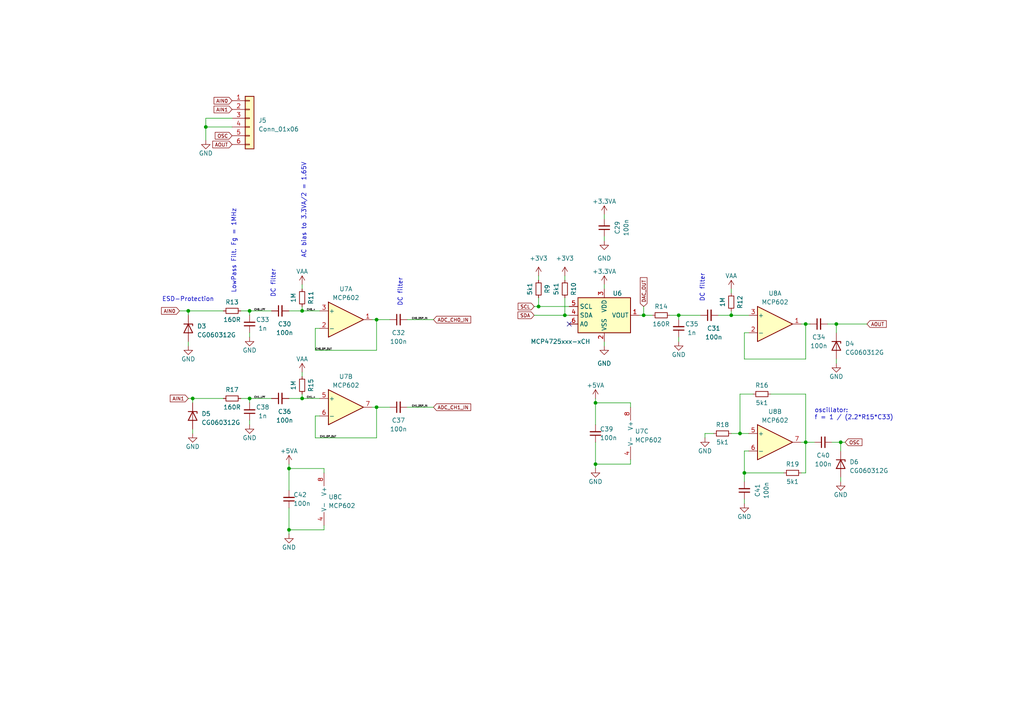
<source format=kicad_sch>
(kicad_sch (version 20230121) (generator eeschema)
  (paper "A4")
  (lib_symbols
    (symbol "Amplifier_Operational:MCP602" (pin_names (offset 0.127))
      (property "Reference" "U" (at 0 5.08 0))
      (property "Value" "MCP602" (at 0 -5.08 0))
      (symbol "MCP602_1_1"
        (polyline (pts (xy -5.08 5.08) (xy 5.08 0) (xy -5.08 -5.08) (xy -5.08 5.08)) (stroke (width 0.254)) (fill (type background)))
        (pin output line (at 7.62 0 180) (length 2.54) (name "~") (number "1"))
        (pin input line (at -7.62 -2.54 0) (length 2.54) (name "-") (number "2"))
        (pin input line (at -7.62 2.54 0) (length 2.54) (name "+") (number "3"))
      )
      (symbol "MCP602_2_1"
        (polyline (pts (xy -5.08 5.08) (xy 5.08 0) (xy -5.08 -5.08) (xy -5.08 5.08)) (stroke (width 0.254)) (fill (type background)))
        (pin input line (at -7.62 2.54 0) (length 2.54) (name "+") (number "5"))
        (pin input line (at -7.62 -2.54 0) (length 2.54) (name "-") (number "6"))
        (pin output line (at 7.62 0 180) (length 2.54) (name "~") (number "7"))
      )
      (symbol "MCP602_3_1"
        (pin power_in line (at -2.54 -7.62 90) (length 3.81) (name "V-") (number "4"))
        (pin power_in line (at -2.54 7.62 270) (length 3.81) (name "V+") (number "8"))
      )
    )
    (symbol "Analog_DAC:MCP4725xxx-xCH"
      (property "Reference" "U" (at -6.35 6.35 0))
      (property "Value" "MCP4725xxx-xCH" (at 8.89 6.35 0))
      (symbol "MCP4725xxx-xCH_0_1"
        (rectangle (start -7.62 5.08) (end 7.62 -5.08) (stroke (width 0.254)) (fill (type background)))
      )
      (symbol "MCP4725xxx-xCH_1_1"
        (pin output line (at 10.16 0 180) (length 2.54) (name "VOUT") (number "1"))
        (pin power_in line (at 0 -7.62 90) (length 2.54) (name "VSS") (number "2"))
        (pin power_in line (at 0 7.62 270) (length 2.54) (name "VDD") (number "3"))
        (pin bidirectional line (at -10.16 0 0) (length 2.54) (name "SDA") (number "4"))
        (pin input line (at -10.16 2.54 0) (length 2.54) (name "SCL") (number "5"))
        (pin input line (at -10.16 -2.54 0) (length 2.54) (name "A0") (number "6"))
      )
    )
    (symbol "Connector_Generic:Conn_01x06" (pin_names (offset 1.016) hide)
      (property "Reference" "J" (at 0 7.62 0))
      (property "Value" "Conn_01x06" (at 0 -10.16 0))
      (symbol "Conn_01x06_1_1"
        (rectangle (start -1.27 -7.493) (end 0 -7.747) (stroke (width 0.1524)))
        (rectangle (start -1.27 -4.953) (end 0 -5.207) (stroke (width 0.1524)))
        (rectangle (start -1.27 -2.413) (end 0 -2.667) (stroke (width 0.1524)))
        (rectangle (start -1.27 0.127) (end 0 -0.127) (stroke (width 0.1524)))
        (rectangle (start -1.27 2.667) (end 0 2.413) (stroke (width 0.1524)))
        (rectangle (start -1.27 5.207) (end 0 4.953) (stroke (width 0.1524)))
        (rectangle (start -1.27 6.35) (end 1.27 -8.89) (stroke (width 0.254)) (fill (type background)))
        (pin passive line (at -5.08 5.08 0) (length 3.81) (name "Pin_1") (number "1"))
        (pin passive line (at -5.08 2.54 0) (length 3.81) (name "Pin_2") (number "2"))
        (pin passive line (at -5.08 0 0) (length 3.81) (name "Pin_3") (number "3"))
        (pin passive line (at -5.08 -2.54 0) (length 3.81) (name "Pin_4") (number "4"))
        (pin passive line (at -5.08 -5.08 0) (length 3.81) (name "Pin_5") (number "5"))
        (pin passive line (at -5.08 -7.62 0) (length 3.81) (name "Pin_6") (number "6"))
      )
    )
    (symbol "Device:C_Small" (pin_numbers hide) (pin_names (offset 0.254) hide)
      (property "Reference" "C" (at 0.254 1.778 0))
      (property "Value" "C_Small" (at 0.254 -2.032 0))
      (symbol "C_Small_0_1"
        (polyline (pts (xy -1.524 -0.508) (xy 1.524 -0.508)) (stroke (width 0.3302)))
        (polyline (pts (xy -1.524 0.508) (xy 1.524 0.508)) (stroke (width 0.3048)))
      )
      (symbol "C_Small_1_1"
        (pin passive line (at 0 2.54 270) (length 2.032) (name "~") (number "1"))
        (pin passive line (at 0 -2.54 90) (length 2.032) (name "~") (number "2"))
      )
    )
    (symbol "Device:R_Small" (pin_numbers hide) (pin_names (offset 0.254) hide)
      (property "Reference" "R" (at 0.762 0.508 0))
      (property "Value" "R_Small" (at 0.762 -1.016 0))
      (symbol "R_Small_0_1"
        (rectangle (start -0.762 1.778) (end 0.762 -1.778) (stroke (width 0.2032)))
      )
      (symbol "R_Small_1_1"
        (pin passive line (at 0 2.54 270) (length 0.762) (name "~") (number "1"))
        (pin passive line (at 0 -2.54 90) (length 0.762) (name "~") (number "2"))
      )
    )
    (symbol "Diode:ESD5Zxx" (pin_numbers hide) (pin_names hide)
      (property "Reference" "D" (at 0 2.54 0))
      (property "Value" "ESD5Zxx" (at 0 -2.54 0))
      (symbol "ESD5Zxx_0_1"
        (polyline (pts (xy 1.27 0) (xy -1.27 0)))
        (polyline (pts (xy -1.27 -1.27) (xy -1.27 1.27) (xy -0.762 1.27)) (stroke (width 0.254)))
        (polyline (pts (xy 1.27 -1.27) (xy 1.27 1.27) (xy -1.27 0) (xy 1.27 -1.27)) (stroke (width 0.254)))
      )
      (symbol "ESD5Zxx_1_1"
        (pin passive line (at -3.81 0 0) (length 2.54) (name "K") (number "1"))
        (pin passive line (at 3.81 0 180) (length 2.54) (name "A") (number "2"))
      )
    )
    (symbol "power:+3.3V" (power) (pin_names (offset 0))
      (property "Value" "+3.3V" (at 0 3.556 0))
      (symbol "+3.3V_0_1"
        (polyline (pts (xy -0.762 1.27) (xy 0 2.54)))
        (polyline (pts (xy 0 0) (xy 0 2.54)))
        (polyline (pts (xy 0 2.54) (xy 0.762 1.27)))
      )
      (symbol "+3.3V_1_1"
        (pin power_in line (at 0 0 90) (length 0) hide (name "+3V3") (number "1"))
      )
    )
    (symbol "power:+3.3VA" (power) (pin_names (offset 0))
      (property "Value" "+3.3VA" (at 0 3.556 0))
      (symbol "+3.3VA_0_1"
        (polyline (pts (xy -0.762 1.27) (xy 0 2.54)))
        (polyline (pts (xy 0 0) (xy 0 2.54)))
        (polyline (pts (xy 0 2.54) (xy 0.762 1.27)))
      )
      (symbol "+3.3VA_1_1"
        (pin power_in line (at 0 0 90) (length 0) hide (name "+3.3VA") (number "1"))
      )
    )
    (symbol "power:+5VA" (power) (pin_names (offset 0))
      (property "Value" "+5VA" (at 0 3.556 0))
      (symbol "+5VA_0_1"
        (polyline (pts (xy -0.762 1.27) (xy 0 2.54)))
        (polyline (pts (xy 0 0) (xy 0 2.54)))
        (polyline (pts (xy 0 2.54) (xy 0.762 1.27)))
      )
      (symbol "+5VA_1_1"
        (pin power_in line (at 0 0 90) (length 0) hide (name "+5VA") (number "1"))
      )
    )
    (symbol "power:GND" (power) (pin_names (offset 0))
      (property "Value" "GND" (at 0 -3.81 0))
      (symbol "GND_0_1"
        (polyline (pts (xy 0 0) (xy 0 -1.27) (xy 1.27 -1.27) (xy 0 -2.54) (xy -1.27 -1.27) (xy 0 -1.27)))
      )
      (symbol "GND_1_1"
        (pin power_in line (at 0 0 270) (length 0) hide (name "GND") (number "1"))
      )
    )
    (symbol "power:VAA" (power) (pin_names (offset 0))
      (property "Value" "VAA" (at 0 3.81 0))
      (symbol "VAA_0_1"
        (polyline (pts (xy -0.762 1.27) (xy 0 2.54)))
        (polyline (pts (xy 0 0) (xy 0 2.54)))
        (polyline (pts (xy 0 2.54) (xy 0.762 1.27)))
      )
      (symbol "VAA_1_1"
        (pin power_in line (at 0 0 90) (length 0) hide (name "VAA") (number "1"))
      )
    )
  )
  (junction (at 83.82 135.89))
  (junction (at 72.39 90.17))
  (junction (at 55.88 115.57))
  (junction (at 196.85 91.44))
  (junction (at 214.63 125.73))
  (junction (at 172.72 116.84))
  (junction (at 163.83 91.44))
  (junction (at 186.69 91.44))
  (junction (at 212.09 91.44))
  (junction (at 243.84 128.27))
  (junction (at 156.21 88.9))
  (junction (at 172.72 134.62))
  (junction (at 233.68 93.98))
  (junction (at 87.63 115.57))
  (junction (at 109.22 92.71))
  (junction (at 215.9 137.16))
  (junction (at 87.63 90.17))
  (junction (at 109.22 118.11))
  (junction (at 242.57 93.98))
  (junction (at 72.39 115.57))
  (junction (at 233.68 128.27))
  (junction (at 83.82 153.67))
  (junction (at 59.69 36.83))
  (junction (at 54.61 90.17))
  (no_connect (at 165.1 93.98))
  (wire (pts (xy 83.82 134.62) (xy 83.82 135.89)))
  (wire (pts (xy 242.57 93.98) (xy 242.57 96.52)))
  (wire (pts (xy 214.63 125.73) (xy 217.17 125.73)))
  (wire (pts (xy 109.22 92.71) (xy 107.95 92.71)))
  (wire (pts (xy 154.94 91.44) (xy 163.83 91.44)))
  (wire (pts (xy 242.57 104.14) (xy 242.57 105.41)))
  (wire (pts (xy 109.22 118.11) (xy 107.95 118.11)))
  (wire (pts (xy 83.82 153.67) (xy 83.82 154.94)))
  (wire (pts (xy 156.21 88.9) (xy 165.1 88.9)))
  (wire (pts (xy 67.31 34.29) (xy 59.69 34.29)))
  (wire (pts (xy 91.44 95.25) (xy 91.44 101.6)))
  (wire (pts (xy 196.85 91.44) (xy 196.85 92.71)))
  (wire (pts (xy 233.68 93.98) (xy 234.95 93.98)))
  (wire (pts (xy 196.85 91.44) (xy 203.2 91.44)))
  (wire (pts (xy 87.63 107.95) (xy 87.63 109.22)))
  (wire (pts (xy 223.52 114.3) (xy 233.68 114.3)))
  (wire (pts (xy 217.17 96.52) (xy 215.9 96.52)))
  (wire (pts (xy 218.44 114.3) (xy 214.63 114.3)))
  (wire (pts (xy 109.22 101.6) (xy 109.22 92.71)))
  (wire (pts (xy 245.11 128.27) (xy 243.84 128.27)))
  (wire (pts (xy 204.47 125.73) (xy 204.47 127)))
  (wire (pts (xy 109.22 118.11) (xy 109.22 127)))
  (wire (pts (xy 207.01 125.73) (xy 204.47 125.73)))
  (wire (pts (xy 182.88 116.84) (xy 182.88 118.11)))
  (wire (pts (xy 156.21 86.36) (xy 156.21 88.9)))
  (wire (pts (xy 109.22 92.71) (xy 113.03 92.71)))
  (wire (pts (xy 186.69 88.9) (xy 186.69 91.44)))
  (wire (pts (xy 54.61 90.17) (xy 64.77 90.17)))
  (wire (pts (xy 232.41 93.98) (xy 233.68 93.98)))
  (wire (pts (xy 54.61 90.17) (xy 54.61 91.44)))
  (wire (pts (xy 232.41 137.16) (xy 233.68 137.16)))
  (wire (pts (xy 59.69 34.29) (xy 59.69 36.83)))
  (wire (pts (xy 87.63 114.3) (xy 87.63 115.57)))
  (wire (pts (xy 208.28 91.44) (xy 212.09 91.44)))
  (wire (pts (xy 52.07 90.17) (xy 54.61 90.17)))
  (wire (pts (xy 59.69 36.83) (xy 67.31 36.83)))
  (wire (pts (xy 163.83 91.44) (xy 165.1 91.44)))
  (wire (pts (xy 83.82 135.89) (xy 93.98 135.89)))
  (wire (pts (xy 217.17 130.81) (xy 215.9 130.81)))
  (wire (pts (xy 92.71 120.65) (xy 91.44 120.65)))
  (wire (pts (xy 93.98 135.89) (xy 93.98 137.16)))
  (wire (pts (xy 243.84 128.27) (xy 241.3 128.27)))
  (wire (pts (xy 87.63 90.17) (xy 92.71 90.17)))
  (wire (pts (xy 172.72 115.57) (xy 172.72 116.84)))
  (wire (pts (xy 72.39 90.17) (xy 72.39 91.44)))
  (wire (pts (xy 172.72 134.62) (xy 182.88 134.62)))
  (wire (pts (xy 212.09 125.73) (xy 214.63 125.73)))
  (wire (pts (xy 91.44 127) (xy 109.22 127)))
  (wire (pts (xy 55.88 115.57) (xy 64.77 115.57)))
  (wire (pts (xy 196.85 97.79) (xy 196.85 99.06)))
  (wire (pts (xy 215.9 130.81) (xy 215.9 137.16)))
  (wire (pts (xy 182.88 133.35) (xy 182.88 134.62)))
  (wire (pts (xy 83.82 153.67) (xy 93.98 153.67)))
  (wire (pts (xy 91.44 120.65) (xy 91.44 127)))
  (wire (pts (xy 212.09 90.17) (xy 212.09 91.44)))
  (wire (pts (xy 54.61 115.57) (xy 55.88 115.57)))
  (wire (pts (xy 83.82 147.32) (xy 83.82 153.67)))
  (wire (pts (xy 163.83 80.01) (xy 163.83 81.28)))
  (wire (pts (xy 69.85 115.57) (xy 72.39 115.57)))
  (wire (pts (xy 214.63 114.3) (xy 214.63 125.73)))
  (wire (pts (xy 217.17 91.44) (xy 212.09 91.44)))
  (wire (pts (xy 54.61 99.06) (xy 54.61 100.33)))
  (wire (pts (xy 72.39 121.92) (xy 72.39 123.19)))
  (wire (pts (xy 172.72 128.27) (xy 172.72 134.62)))
  (wire (pts (xy 109.22 118.11) (xy 113.03 118.11)))
  (wire (pts (xy 92.71 95.25) (xy 91.44 95.25)))
  (wire (pts (xy 215.9 144.78) (xy 215.9 146.05)))
  (wire (pts (xy 233.68 137.16) (xy 233.68 128.27)))
  (wire (pts (xy 212.09 83.82) (xy 212.09 85.09)))
  (wire (pts (xy 175.26 62.23) (xy 175.26 63.5)))
  (wire (pts (xy 87.63 115.57) (xy 92.71 115.57)))
  (wire (pts (xy 172.72 116.84) (xy 182.88 116.84)))
  (wire (pts (xy 233.68 114.3) (xy 233.68 128.27)))
  (wire (pts (xy 175.26 82.55) (xy 175.26 83.82)))
  (wire (pts (xy 83.82 90.17) (xy 87.63 90.17)))
  (wire (pts (xy 72.39 96.52) (xy 72.39 97.79)))
  (wire (pts (xy 55.88 115.57) (xy 55.88 116.84)))
  (wire (pts (xy 215.9 96.52) (xy 215.9 104.14)))
  (wire (pts (xy 186.69 91.44) (xy 185.42 91.44)))
  (wire (pts (xy 233.68 104.14) (xy 233.68 93.98)))
  (wire (pts (xy 72.39 115.57) (xy 78.74 115.57)))
  (wire (pts (xy 172.72 134.62) (xy 172.72 135.89)))
  (wire (pts (xy 83.82 115.57) (xy 87.63 115.57)))
  (wire (pts (xy 240.03 93.98) (xy 242.57 93.98)))
  (wire (pts (xy 175.26 69.85) (xy 175.26 68.58)))
  (wire (pts (xy 242.57 93.98) (xy 251.46 93.98)))
  (wire (pts (xy 243.84 138.43) (xy 243.84 139.7)))
  (wire (pts (xy 91.44 101.6) (xy 109.22 101.6)))
  (wire (pts (xy 87.63 82.55) (xy 87.63 83.82)))
  (wire (pts (xy 215.9 137.16) (xy 215.9 139.7)))
  (wire (pts (xy 118.11 92.71) (xy 125.73 92.71)))
  (wire (pts (xy 163.83 86.36) (xy 163.83 91.44)))
  (wire (pts (xy 55.88 124.46) (xy 55.88 125.73)))
  (wire (pts (xy 233.68 128.27) (xy 232.41 128.27)))
  (wire (pts (xy 118.11 118.11) (xy 125.73 118.11)))
  (wire (pts (xy 156.21 80.01) (xy 156.21 81.28)))
  (wire (pts (xy 215.9 104.14) (xy 233.68 104.14)))
  (wire (pts (xy 93.98 152.4) (xy 93.98 153.67)))
  (wire (pts (xy 72.39 115.57) (xy 72.39 116.84)))
  (wire (pts (xy 87.63 88.9) (xy 87.63 90.17)))
  (wire (pts (xy 175.26 99.06) (xy 175.26 100.33)))
  (wire (pts (xy 186.69 91.44) (xy 189.23 91.44)))
  (wire (pts (xy 72.39 90.17) (xy 78.74 90.17)))
  (wire (pts (xy 233.68 128.27) (xy 236.22 128.27)))
  (wire (pts (xy 59.69 40.64) (xy 59.69 36.83)))
  (wire (pts (xy 154.94 88.9) (xy 156.21 88.9)))
  (wire (pts (xy 69.85 90.17) (xy 72.39 90.17)))
  (wire (pts (xy 172.72 123.19) (xy 172.72 116.84)))
  (wire (pts (xy 243.84 128.27) (xy 243.84 130.81)))
  (wire (pts (xy 83.82 142.24) (xy 83.82 135.89)))
  (wire (pts (xy 194.31 91.44) (xy 196.85 91.44)))
  (wire (pts (xy 215.9 137.16) (xy 227.33 137.16)))
  (text "ESD-Protection\n" (at 46.99 87.63 0) (effects (font (size 1.27 1.27)) (justify left bottom)))
  (text "AC bias to 3.3VA/2 = 1.65V\n" (at 88.9 74.93 90) (effects (font (size 1.27 1.27)) (justify left bottom)))
  (text "oscillator:\nf = 1 / (2.2*R15*C33)" (at 236.22 121.92 0) (effects (font (size 1.27 1.27)) (justify left bottom)))
  (text "DC filter" (at 204.47 87.63 90) (effects (font (size 1.27 1.27)) (justify left bottom)))
  (text "LowPass Filt. Fg = 1MHz" (at 68.58 85.09 90) (effects (font (size 1.27 1.27)) (justify left bottom)))
  (text "DC filter" (at 80.01 86.36 90) (effects (font (size 1.27 1.27)) (justify left bottom)))
  (text "DC filter" (at 116.84 88.9 90) (effects (font (size 1.27 1.27)) (justify left bottom)))
  (label "CH0_DSP_IN" (at 119.38 92.71 0) (effects (font (size 0.5 0.5))))
  (label "CH1_DSP_IN" (at 119.38 118.11 0) (effects (font (size 0.5 0.5))))
  (label "CH0_LPF" (at 73.66 90.17 0) (effects (font (size 0.5 0.5))))
  (label "CH0_OP_OUT" (at 91.44 101.6 0) (effects (font (size 0.5 0.5))))
  (label "CH1_+" (at 88.9 115.57 0) (effects (font (size 0.5 0.5))))
  (label "CH1_OP_OUT" (at 92.71 127 0) (effects (font (size 0.5 0.5))))
  (label "CH1_LPF" (at 73.66 115.57 0) (effects (font (size 0.5 0.5))))
  (label "CH0_+" (at 88.9 90.17 0) (effects (font (size 0.5 0.5))))
  (global_label "AIN1" (shape input) (at 67.31 31.75 180) (effects (font (size 1 1))) (property "Intersheetrefs" "${INTERSHEET_REFS}" (effects hide)))
  (global_label "AOUT" (shape input) (at 67.31 41.91 180) (effects (font (size 1 1))) (property "Intersheetrefs" "${INTERSHEET_REFS}" (effects hide)))
  (global_label "AIN0" (shape input) (at 67.31 29.21 180) (effects (font (size 1 1))) (property "Intersheetrefs" "${INTERSHEET_REFS}" (effects hide)))
  (global_label "AIN0" (shape input) (at 52.07 90.17 180) (effects (font (size 1 1))) (property "Intersheetrefs" "${INTERSHEET_REFS}" (effects hide)))
  (global_label "ADC_CH1_IN" (shape input) (at 125.73 118.11 0) (effects (font (size 1 1))) (property "Intersheetrefs" "${INTERSHEET_REFS}" (effects hide)))
  (global_label "SCL" (shape input) (at 154.94 88.9 180) (effects (font (size 1 1))) (property "Intersheetrefs" "${INTERSHEET_REFS}" (effects hide)))
  (global_label "AIN1" (shape input) (at 54.61 115.57 180) (effects (font (size 1 1))) (property "Intersheetrefs" "${INTERSHEET_REFS}" (effects hide)))
  (global_label "AOUT" (shape input) (at 251.46 93.98 0) (effects (font (size 1 1))) (property "Intersheetrefs" "${INTERSHEET_REFS}" (effects hide)))
  (global_label "OSC" (shape input) (at 245.11 128.27 0) (effects (font (size 1 1))) (property "Intersheetrefs" "${INTERSHEET_REFS}" (effects hide)))
  (global_label "DAC_OUT" (shape input) (at 186.69 88.9 90) (effects (font (size 1 1))) (property "Intersheetrefs" "${INTERSHEET_REFS}" (effects hide)))
  (global_label "ADC_CH0_IN" (shape input) (at 125.73 92.71 0) (effects (font (size 1 1))) (property "Intersheetrefs" "${INTERSHEET_REFS}" (effects hide)))
  (global_label "SDA" (shape input) (at 154.94 91.44 180) (effects (font (size 1 1))) (property "Intersheetrefs" "${INTERSHEET_REFS}" (effects hide)))
  (global_label "OSC" (shape input) (at 67.31 39.37 180) (effects (font (size 1 1))) (property "Intersheetrefs" "${INTERSHEET_REFS}" (effects hide)))
  (symbol (lib_id "Device:R_Small") (at 212.09 87.63 180) (unit 1)
    (property "Reference" "R12" (at 214.63 87.63 90))
    (property "Value" "1M" (at 209.55 87.63 90))
    (property "Footprint" "Resistor_SMD:R_0603_1608Metric_Pad0.98x0.95mm_HandSolder" (effects hide))
  )
  (symbol (lib_id "power:GND") (at 243.84 139.7 0) (unit 1)
    (property "Reference" "#PWR077" (effects hide))
    (property "Value" "GND" (at 243.84 143.51 0))
  )
  (symbol (lib_id "Amplifier_Operational:MCP602") (at 185.42 125.73 0) (unit 3)
    (property "Reference" "U7" (at 184.15 125.095 0) (effects (justify left)))
    (property "Value" "MCP602" (at 184.15 127.635 0) (effects (justify left)))
    (property "Datasheet" "http://ww1.microchip.com/downloads/en/DeviceDoc/21314g.pdf" (effects hide))
  )
  (symbol (lib_id "Device:C_Small") (at 175.26 66.04 180) (unit 1)
    (property "Reference" "C29" (at 179.07 66.04 90))
    (property "Value" "100n" (at 181.61 66.04 90))
    (property "Footprint" "Capacitor_SMD:C_0603_1608Metric_Pad1.08x0.95mm_HandSolder" (effects hide))
  )
  (symbol (lib_id "Amplifier_Operational:MCP602") (at 100.33 118.11 0) (unit 2)
    (property "Reference" "U7" (at 100.33 109.22 0))
    (property "Value" "MCP602" (at 100.33 111.76 0))
    (property "Footprint" "Package_SO:SOIC-8_3.9x4.9mm_P1.27mm" (effects hide))
    (property "Datasheet" "http://ww1.microchip.com/downloads/en/DeviceDoc/21314g.pdf" (effects hide))
  )
  (symbol (lib_id "Device:R_Small") (at 191.77 91.44 270) (unit 1)
    (property "Reference" "R14" (at 191.77 88.9 90))
    (property "Value" "160R" (at 191.77 93.98 90))
    (property "Footprint" "Resistor_SMD:R_0603_1608Metric_Pad0.98x0.95mm_HandSolder" (effects hide))
  )
  (symbol (lib_id "Device:R_Small") (at 67.31 115.57 270) (unit 1)
    (property "Reference" "R17" (at 67.31 113.03 90))
    (property "Value" "160R" (at 67.31 118.11 90))
    (property "Footprint" "Resistor_SMD:R_0603_1608Metric_Pad0.98x0.95mm_HandSolder" (effects hide))
  )
  (symbol (lib_id "power:GND") (at 172.72 135.89 0) (unit 1)
    (property "Reference" "#PWR076" (effects hide))
    (property "Value" "GND" (at 172.72 139.7 0))
  )
  (symbol (lib_id "power:+3.3V") (at 156.21 80.01 0) (unit 1)
    (property "Reference" "#PWR?" (effects hide))
    (property "Value" "+3.3V" (at 156.21 74.93 0))
    (instances (project "Apollo - DSP" (path "" (reference "#PWR?") (unit 1)) (path "" (reference "#PWR060") (unit 1))))
  )
  (symbol (lib_id "power:+5VA") (at 83.82 134.62 0) (unit 1)
    (property "Reference" "#PWR075" (effects hide))
    (property "Value" "+5VA" (at 83.82 130.81 0))
  )
  (symbol (lib_id "power:GND") (at 72.39 123.19 0) (unit 1)
    (property "Reference" "#PWR072" (effects hide))
    (property "Value" "GND" (at 72.39 127 0))
  )
  (symbol (lib_id "power:GND") (at 72.39 97.79 0) (unit 1)
    (property "Reference" "#PWR065" (effects hide))
    (property "Value" "GND" (at 72.39 101.6 0))
  )
  (symbol (lib_id "power:+3.3VA") (at 175.26 82.55 0) (unit 1)
    (property "Reference" "#PWR063" (effects hide))
    (property "Value" "+3.3VA" (at 175.26 78.74 0))
  )
  (symbol (lib_id "power:GND") (at 55.88 125.73 0) (unit 1)
    (property "Reference" "#PWR073" (effects hide))
    (property "Value" "GND" (at 55.88 129.54 0))
  )
  (symbol (lib_id "power:+3.3VA") (at 175.26 62.23 0) (unit 1)
    (property "Reference" "#PWR058" (effects hide))
    (property "Value" "+3.3VA" (at 175.26 58.42 0))
  )
  (symbol (lib_id "Device:C_Small") (at 83.82 144.78 180) (unit 1)
    (property "Reference" "C42" (at 85.09 143.51 0) (effects (justify right)))
    (property "Value" "100n" (at 85.09 146.05 0) (effects (justify right)))
    (property "Footprint" "Capacitor_SMD:C_0603_1608Metric_Pad1.08x0.95mm_HandSolder" (effects hide))
  )
  (symbol (lib_id "Device:C_Small") (at 115.57 92.71 90) (unit 1)
    (property "Reference" "C32" (at 115.57 96.52 90))
    (property "Value" "100n" (at 115.57 99.06 90))
    (property "Footprint" "Capacitor_SMD:C_0603_1608Metric_Pad1.08x0.95mm_HandSolder" (effects hide))
  )
  (symbol (lib_id "Device:C_Small") (at 81.28 90.17 90) (unit 1)
    (property "Reference" "C30" (at 82.55 93.98 90))
    (property "Value" "100n" (at 82.55 96.52 90))
    (property "Footprint" "Capacitor_SMD:C_0603_1608Metric_Pad1.08x0.95mm_HandSolder" (effects hide))
  )
  (symbol (lib_id "Diode:ESD5Zxx") (at 55.88 120.65 270) (unit 1)
    (property "Reference" "D5" (at 58.42 120.015 90) (effects (justify left)))
    (property "Value" "CG060312G" (at 58.42 122.555 90) (effects (justify left)))
    (property "Footprint" "Diode_SMD:D_0603_1608Metric_Pad1.05x0.95mm_HandSolder" (effects hide))
    (property "Datasheet" "https://www.onsemi.com/pdf/datasheet/esd5z2.5t1-d.pdf" (effects hide))
  )
  (symbol (lib_id "Amplifier_Operational:MCP602") (at 100.33 92.71 0) (unit 1)
    (property "Reference" "U7" (at 100.33 83.82 0))
    (property "Value" "MCP602" (at 100.33 86.36 0))
    (property "Footprint" "Package_SO:SOIC-8_3.9x4.9mm_P1.27mm" (effects hide))
    (property "Datasheet" "http://ww1.microchip.com/downloads/en/DeviceDoc/21314g.pdf" (effects hide))
  )
  (symbol (lib_id "power:GND") (at 242.57 105.41 0) (unit 1)
    (property "Reference" "#PWR069" (effects hide))
    (property "Value" "GND" (at 242.57 109.22 0))
  )
  (symbol (lib_id "power:GND") (at 204.47 127 0) (unit 1)
    (property "Reference" "#PWR074" (effects hide))
    (property "Value" "GND" (at 204.47 130.81 0))
  )
  (symbol (lib_id "Device:R_Small") (at 163.83 83.82 180) (unit 1)
    (property "Reference" "R10" (at 166.37 83.82 90))
    (property "Value" "5k1" (at 161.29 83.82 90))
    (property "Footprint" "Resistor_SMD:R_0603_1608Metric_Pad0.98x0.95mm_HandSolder" (effects hide))
  )
  (symbol (lib_id "Device:C_Small") (at 72.39 119.38 180) (unit 1)
    (property "Reference" "C38" (at 76.2 118.11 0))
    (property "Value" "1n" (at 76.2 120.65 0))
    (property "Footprint" "Capacitor_SMD:C_0603_1608Metric_Pad1.08x0.95mm_HandSolder" (effects hide))
  )
  (symbol (lib_id "Device:C_Small") (at 215.9 142.24 180) (unit 1)
    (property "Reference" "C41" (at 219.71 142.24 90))
    (property "Value" "100n" (at 222.25 142.24 90))
    (property "Footprint" "Capacitor_SMD:C_0603_1608Metric_Pad1.08x0.95mm_HandSolder" (effects hide))
  )
  (symbol (lib_id "power:GND") (at 59.69 40.64 0) (mirror y) (unit 1)
    (property "Reference" "#PWR057" (effects hide))
    (property "Value" "GND" (at 59.69 44.45 0))
  )
  (symbol (lib_id "Device:R_Small") (at 209.55 125.73 270) (unit 1)
    (property "Reference" "R18" (at 209.55 123.19 90))
    (property "Value" "5k1" (at 209.55 128.27 90))
    (property "Footprint" "Resistor_SMD:R_0603_1608Metric_Pad0.98x0.95mm_HandSolder" (effects hide))
  )
  (symbol (lib_id "Amplifier_Operational:MCP602") (at 224.79 93.98 0) (unit 1)
    (property "Reference" "U8" (at 224.79 85.09 0))
    (property "Value" "MCP602" (at 224.79 87.63 0))
    (property "Datasheet" "http://ww1.microchip.com/downloads/en/DeviceDoc/21314g.pdf" (effects hide))
  )
  (symbol (lib_id "power:GND") (at 54.61 100.33 0) (unit 1)
    (property "Reference" "#PWR067" (effects hide))
    (property "Value" "GND" (at 54.61 104.14 0))
  )
  (symbol (lib_id "Amplifier_Operational:MCP602") (at 96.52 144.78 0) (unit 3)
    (property "Reference" "U8" (at 95.25 144.145 0) (effects (justify left)))
    (property "Value" "MCP602" (at 95.25 146.685 0) (effects (justify left)))
    (property "Footprint" "Package_SO:SOIC-8_3.9x4.9mm_P1.27mm" (effects hide))
    (property "Datasheet" "http://ww1.microchip.com/downloads/en/DeviceDoc/21314g.pdf" (effects hide))
  )
  (symbol (lib_id "power:GND") (at 215.9 146.05 0) (unit 1)
    (property "Reference" "#PWR078" (effects hide))
    (property "Value" "GND" (at 215.9 149.86 0))
  )
  (symbol (lib_id "power:VAA") (at 87.63 82.55 0) (unit 1)
    (property "Reference" "#PWR062" (effects hide))
    (property "Value" "VAA" (at 87.63 78.74 0))
  )
  (symbol (lib_id "Device:C_Small") (at 81.28 115.57 90) (unit 1)
    (property "Reference" "C36" (at 82.55 119.38 90))
    (property "Value" "100n" (at 82.55 121.92 90))
    (property "Footprint" "Capacitor_SMD:C_0603_1608Metric_Pad1.08x0.95mm_HandSolder" (effects hide))
  )
  (symbol (lib_id "Device:C_Small") (at 172.72 125.73 180) (unit 1)
    (property "Reference" "C39" (at 173.99 124.46 0) (effects (justify right)))
    (property "Value" "100n" (at 173.99 127 0) (effects (justify right)))
    (property "Footprint" "Capacitor_SMD:C_0603_1608Metric_Pad1.08x0.95mm_HandSolder" (effects hide))
  )
  (symbol (lib_id "power:VAA") (at 212.09 83.82 0) (unit 1)
    (property "Reference" "#PWR064" (effects hide))
    (property "Value" "VAA" (at 212.09 80.01 0))
  )
  (symbol (lib_id "Device:R_Small") (at 220.98 114.3 270) (unit 1)
    (property "Reference" "R16" (at 220.98 111.76 90))
    (property "Value" "5k1" (at 220.98 116.84 90))
    (property "Footprint" "Resistor_SMD:R_0603_1608Metric_Pad0.98x0.95mm_HandSolder" (effects hide))
  )
  (symbol (lib_id "Device:C_Small") (at 205.74 91.44 90) (unit 1)
    (property "Reference" "C31" (at 207.01 95.25 90))
    (property "Value" "100n" (at 207.01 97.79 90))
    (property "Footprint" "Capacitor_SMD:C_0603_1608Metric_Pad1.08x0.95mm_HandSolder" (effects hide))
  )
  (symbol (lib_id "Device:R_Small") (at 229.87 137.16 270) (unit 1)
    (property "Reference" "R19" (at 229.87 134.62 90))
    (property "Value" "5k1" (at 229.87 139.7 90))
    (property "Footprint" "Resistor_SMD:R_0603_1608Metric_Pad0.98x0.95mm_HandSolder" (effects hide))
  )
  (symbol (lib_id "Connector_Generic:Conn_01x06") (at 72.39 34.29 0) (unit 1)
    (property "Reference" "J5" (at 74.93 34.925 0) (effects (justify left)))
    (property "Value" "Conn_01x06" (at 74.93 37.465 0) (effects (justify left)))
    (property "Footprint" "Connector_PinHeader_2.54mm:PinHeader_1x06_P2.54mm_Vertical" (effects hide))
  )
  (symbol (lib_id "power:GND") (at 175.26 100.33 0) (unit 1)
    (property "Reference" "#PWR068" (effects hide))
    (property "Value" "GND" (at 175.26 105.41 0))
  )
  (symbol (lib_id "Device:C_Small") (at 115.57 118.11 90) (unit 1)
    (property "Reference" "C37" (at 115.57 121.92 90))
    (property "Value" "100n" (at 115.57 124.46 90))
    (property "Footprint" "Capacitor_SMD:C_0603_1608Metric_Pad1.08x0.95mm_HandSolder" (effects hide))
  )
  (symbol (lib_id "power:+3.3V") (at 163.83 80.01 0) (unit 1)
    (property "Reference" "#PWR?" (effects hide))
    (property "Value" "+3.3V" (at 163.83 74.93 0))
    (instances (project "Apollo - DSP" (path "" (reference "#PWR?") (unit 1)) (path "" (reference "#PWR061") (unit 1))))
  )
  (symbol (lib_id "Device:C_Small") (at 72.39 93.98 180) (unit 1)
    (property "Reference" "C33" (at 76.2 92.71 0))
    (property "Value" "1n" (at 76.2 95.25 0))
    (property "Footprint" "Capacitor_SMD:C_0603_1608Metric_Pad1.08x0.95mm_HandSolder" (effects hide))
  )
  (symbol (lib_id "Device:C_Small") (at 196.85 95.25 180) (unit 1)
    (property "Reference" "C35" (at 200.66 93.98 0))
    (property "Value" "1n" (at 200.66 96.52 0))
    (property "Footprint" "Capacitor_SMD:C_0603_1608Metric_Pad1.08x0.95mm_HandSolder" (effects hide))
  )
  (symbol (lib_id "Diode:ESD5Zxx") (at 54.61 95.25 270) (unit 1)
    (property "Reference" "D3" (at 57.15 94.615 90) (effects (justify left)))
    (property "Value" "CG060312G" (at 57.15 97.155 90) (effects (justify left)))
    (property "Footprint" "Diode_SMD:D_0603_1608Metric_Pad1.05x0.95mm_HandSolder" (effects hide))
    (property "Datasheet" "https://www.onsemi.com/pdf/datasheet/esd5z2.5t1-d.pdf" (effects hide))
  )
  (symbol (lib_id "power:GND") (at 83.82 154.94 0) (unit 1)
    (property "Reference" "#PWR079" (effects hide))
    (property "Value" "GND" (at 83.82 158.75 0))
  )
  (symbol (lib_id "Device:R_Small") (at 87.63 111.76 180) (unit 1)
    (property "Reference" "R15" (at 90.17 111.76 90))
    (property "Value" "1M" (at 85.09 111.76 90))
    (property "Footprint" "Resistor_SMD:R_0603_1608Metric_Pad0.98x0.95mm_HandSolder" (effects hide))
  )
  (symbol (lib_id "Diode:ESD5Zxx") (at 242.57 100.33 270) (unit 1)
    (property "Reference" "D4" (at 245.11 99.695 90) (effects (justify left)))
    (property "Value" "CG060312G" (at 245.11 102.235 90) (effects (justify left)))
    (property "Footprint" "Diode_SMD:D_0603_1608Metric_Pad1.05x0.95mm_HandSolder" (effects hide))
    (property "Datasheet" "https://www.onsemi.com/pdf/datasheet/esd5z2.5t1-d.pdf" (effects hide))
  )
  (symbol (lib_id "Analog_DAC:MCP4725xxx-xCH") (at 175.26 91.44 0) (unit 1)
    (property "Reference" "U6" (at 179.07 85.09 0))
    (property "Value" "MCP4725xxx-xCH" (at 162.56 99.06 0))
    (property "Footprint" "Package_TO_SOT_SMD:SOT-23-6" (effects hide))
    (property "Datasheet" "http://ww1.microchip.com/downloads/en/DeviceDoc/22039d.pdf" (effects hide))
  )
  (symbol (lib_id "Amplifier_Operational:MCP602") (at 224.79 128.27 0) (unit 2)
    (property "Reference" "U8" (at 224.79 119.38 0))
    (property "Value" "MCP602" (at 224.79 121.92 0))
    (property "Datasheet" "http://ww1.microchip.com/downloads/en/DeviceDoc/21314g.pdf" (effects hide))
  )
  (symbol (lib_id "Device:C_Small") (at 237.49 93.98 90) (unit 1)
    (property "Reference" "C34" (at 237.49 97.79 90))
    (property "Value" "100n" (at 237.49 100.33 90))
    (property "Footprint" "Capacitor_SMD:C_0603_1608Metric_Pad1.08x0.95mm_HandSolder" (effects hide))
  )
  (symbol (lib_id "Device:R_Small") (at 67.31 90.17 270) (unit 1)
    (property "Reference" "R13" (at 67.31 87.63 90))
    (property "Value" "160R" (at 67.31 92.71 90))
    (property "Footprint" "Resistor_SMD:R_0603_1608Metric_Pad0.98x0.95mm_HandSolder" (effects hide))
  )
  (symbol (lib_id "Device:R_Small") (at 87.63 86.36 180) (unit 1)
    (property "Reference" "R11" (at 90.17 86.36 90))
    (property "Value" "1M" (at 85.09 86.36 90))
    (property "Footprint" "Resistor_SMD:R_0603_1608Metric_Pad0.98x0.95mm_HandSolder" (effects hide))
  )
  (symbol (lib_id "Device:C_Small") (at 238.76 128.27 90) (unit 1)
    (property "Reference" "C40" (at 238.76 132.08 90))
    (property "Value" "100n" (at 238.76 134.62 90))
    (property "Footprint" "Capacitor_SMD:C_0603_1608Metric_Pad1.08x0.95mm_HandSolder" (effects hide))
  )
  (symbol (lib_id "Diode:ESD5Zxx") (at 243.84 134.62 270) (unit 1)
    (property "Reference" "D6" (at 246.38 133.985 90) (effects (justify left)))
    (property "Value" "CG060312G" (at 246.38 136.525 90) (effects (justify left)))
    (property "Footprint" "Diode_SMD:D_0603_1608Metric_Pad1.05x0.95mm_HandSolder" (effects hide))
    (property "Datasheet" "https://www.onsemi.com/pdf/datasheet/esd5z2.5t1-d.pdf" (effects hide))
  )
  (symbol (lib_id "power:GND") (at 175.26 69.85 0) (unit 1)
    (property "Reference" "#PWR059" (effects hide))
    (property "Value" "GND" (at 175.26 74.93 0))
  )
  (symbol (lib_id "power:VAA") (at 87.63 107.95 0) (unit 1)
    (property "Reference" "#PWR070" (effects hide))
    (property "Value" "VAA" (at 87.63 104.14 0))
  )
  (symbol (lib_id "power:GND") (at 196.85 99.06 0) (unit 1)
    (property "Reference" "#PWR066" (effects hide))
    (property "Value" "GND" (at 196.85 102.87 0))
  )
  (symbol (lib_id "Device:R_Small") (at 156.21 83.82 180) (unit 1)
    (property "Reference" "R9" (at 158.75 83.82 90))
    (property "Value" "5k1" (at 153.67 83.82 90))
    (property "Footprint" "Resistor_SMD:R_0603_1608Metric_Pad0.98x0.95mm_HandSolder" (effects hide))
  )
  (symbol (lib_id "power:+5VA") (at 172.72 115.57 0) (unit 1)
    (property "Reference" "#PWR071" (effects hide))
    (property "Value" "+5VA" (at 172.72 111.76 0))
  )
)
</source>
